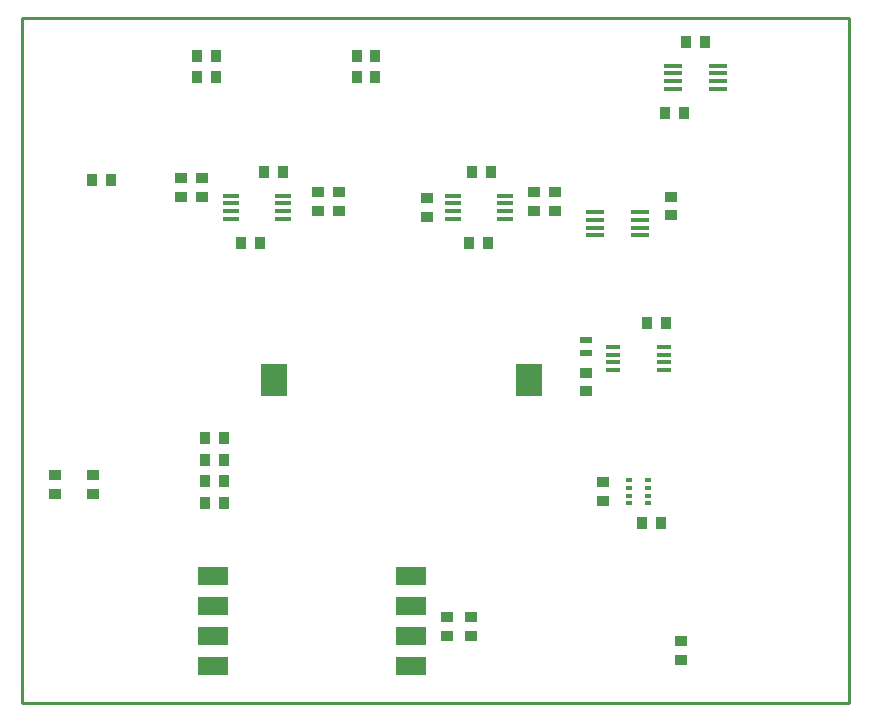
<source format=gtp>
G04*
G04 #@! TF.GenerationSoftware,Altium Limited,Altium Designer,20.1.14 (287)*
G04*
G04 Layer_Color=8421504*
%FSLAX25Y25*%
%MOIN*%
G70*
G04*
G04 #@! TF.SameCoordinates,F17826E9-34F6-497C-9B9F-35048D5DD880*
G04*
G04*
G04 #@! TF.FilePolarity,Positive*
G04*
G01*
G75*
%ADD12C,0.01000*%
%ADD19R,0.03937X0.03740*%
%ADD20R,0.03740X0.03937*%
%ADD21R,0.06299X0.01772*%
%ADD22R,0.04528X0.01772*%
%ADD23R,0.01968X0.01378*%
%ADD24R,0.05709X0.01772*%
%ADD25R,0.08504X0.10984*%
%ADD26R,0.03937X0.01968*%
%ADD27R,0.10000X0.06063*%
D12*
X0Y0D02*
X275591D01*
X0D02*
Y228346D01*
X275590D01*
X275591Y0D01*
D19*
X23622Y69685D02*
D03*
X23621Y75985D02*
D03*
X11024Y69685D02*
D03*
X11023Y75985D02*
D03*
X177558Y170473D02*
D03*
X177559Y164173D02*
D03*
X170473Y164173D02*
D03*
X170472Y170472D02*
D03*
X105512Y164173D02*
D03*
X105511Y170473D02*
D03*
X52756Y168898D02*
D03*
X52755Y175197D02*
D03*
X59842Y175197D02*
D03*
X59843Y168897D02*
D03*
X98425Y170472D02*
D03*
X98426Y164173D02*
D03*
X135039Y168504D02*
D03*
X135039Y162205D02*
D03*
X219685Y14567D02*
D03*
X219684Y20866D02*
D03*
X149606Y22441D02*
D03*
X149606Y28741D02*
D03*
X141732Y22441D02*
D03*
X141732Y28741D02*
D03*
X193701Y67323D02*
D03*
X193700Y73622D02*
D03*
X187795Y103937D02*
D03*
X187795Y110237D02*
D03*
X216142Y162598D02*
D03*
X216141Y168898D02*
D03*
D20*
X212992Y60236D02*
D03*
X206693Y60236D02*
D03*
X155118Y153544D02*
D03*
X148819Y153543D02*
D03*
X79134Y153543D02*
D03*
X72834Y153543D02*
D03*
X87008Y177165D02*
D03*
X80708Y177165D02*
D03*
X64567Y215748D02*
D03*
X58267Y215747D02*
D03*
X58268Y208661D02*
D03*
X64567Y208662D02*
D03*
X29528Y174409D02*
D03*
X23228Y174409D02*
D03*
X150000Y177165D02*
D03*
X156299Y177165D02*
D03*
X111417Y215748D02*
D03*
X117717Y215749D02*
D03*
X117717Y208661D02*
D03*
X111417Y208661D02*
D03*
X220472Y196850D02*
D03*
X214173Y196850D02*
D03*
X227559Y220472D02*
D03*
X221259Y220472D02*
D03*
X67323Y88583D02*
D03*
X61023Y88582D02*
D03*
X67323Y81102D02*
D03*
X61023Y81102D02*
D03*
X67323Y74016D02*
D03*
X61023Y74015D02*
D03*
X61024Y66929D02*
D03*
X67323Y66930D02*
D03*
X208268Y126772D02*
D03*
X214567Y126772D02*
D03*
D21*
X216929Y207382D02*
D03*
X231890Y209941D02*
D03*
X216929D02*
D03*
X231890Y207382D02*
D03*
X216929Y204822D02*
D03*
X231890Y212500D02*
D03*
X216929D02*
D03*
X231890Y204823D02*
D03*
X205906Y161122D02*
D03*
X190945Y158563D02*
D03*
X205906D02*
D03*
X190945Y161122D02*
D03*
X205906Y163681D02*
D03*
X190945Y156004D02*
D03*
X205906D02*
D03*
X190945Y163681D02*
D03*
D22*
X196949Y118799D02*
D03*
X214075Y111122D02*
D03*
X196949D02*
D03*
X214075Y118799D02*
D03*
X196949Y116240D02*
D03*
X214075Y113681D02*
D03*
X196949D02*
D03*
X214075Y116240D02*
D03*
D23*
X208661Y74311D02*
D03*
Y71752D02*
D03*
Y69193D02*
D03*
Y66634D02*
D03*
X202362Y74311D02*
D03*
Y71752D02*
D03*
Y69193D02*
D03*
Y66634D02*
D03*
D24*
X69685Y169193D02*
D03*
X87008Y161515D02*
D03*
X69685D02*
D03*
X87008Y169193D02*
D03*
X69685Y166634D02*
D03*
X87008Y164075D02*
D03*
X69685D02*
D03*
X87008Y166634D02*
D03*
X161024Y166634D02*
D03*
X143701Y164075D02*
D03*
X161024D02*
D03*
X143701Y166634D02*
D03*
X161024Y169193D02*
D03*
X143701Y161515D02*
D03*
X161024D02*
D03*
X143701Y169193D02*
D03*
D25*
X83898Y107874D02*
D03*
X168898D02*
D03*
D26*
X187795Y116732D02*
D03*
Y121063D02*
D03*
D27*
X129449Y12559D02*
D03*
Y22559D02*
D03*
Y32559D02*
D03*
Y42559D02*
D03*
X63465D02*
D03*
Y32559D02*
D03*
Y22559D02*
D03*
Y12559D02*
D03*
M02*

</source>
